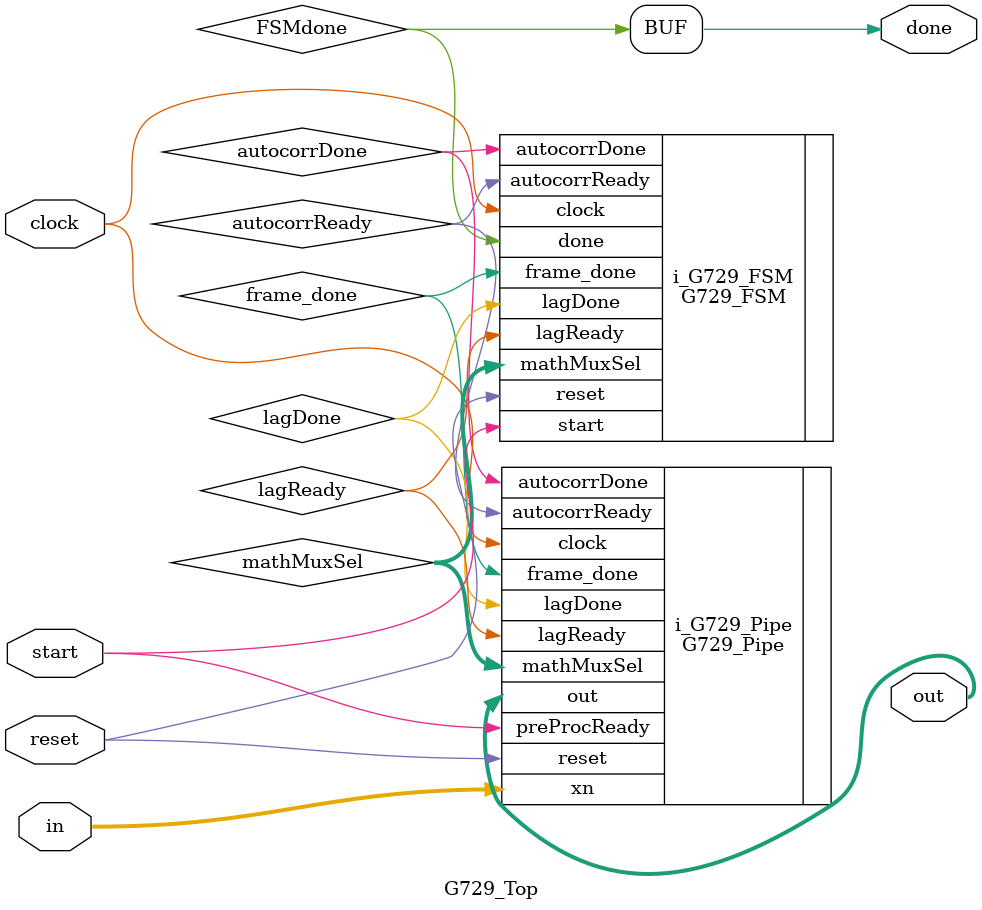
<source format=v>
`timescale 1ns / 1ps
module G729_Top(clock, reset, start,in, out,done);
   
	//inputs
	input clock;
   input reset;
	input start;
   input [15:0] in;
	
	//outputs
   output [31:0] out;
	output done;
	
	//working wires
	wire FSMdone;
	wire frame_done;
	wire [5:0] mathMuxSel;
	wire autocorrReady;
	wire lagReady;
	wire autocorrDone;
	wire lagDone;
	assign done = FSMdone;
	
	G729_Pipe i_G729_Pipe(
								 .clock(clock),
								 .reset(reset),
								 .xn(in),
								 .preProcReady(start),
								 .autocorrReady(autocorrReady),
								 .lagReady(lagReady),
								 .mathMuxSel(mathMuxSel),
								 .frame_done(frame_done),
								 .autocorrDone(autocorrDone),
								 .lagDone(lagDone),
								 .out(out)
								 );
	
	
	G729_FSM i_G729_FSM(
								.clock(clock),
								.reset(reset),
								.start(start),
								.frame_done(frame_done),
								.autocorrDone(autocorrDone),
								.lagDone(lagDone),
								.mathMuxSel(mathMuxSel),
								.autocorrReady(autocorrReady),
								.lagReady(lagReady),
								.done(FSMdone)
							 );

endmodule

</source>
